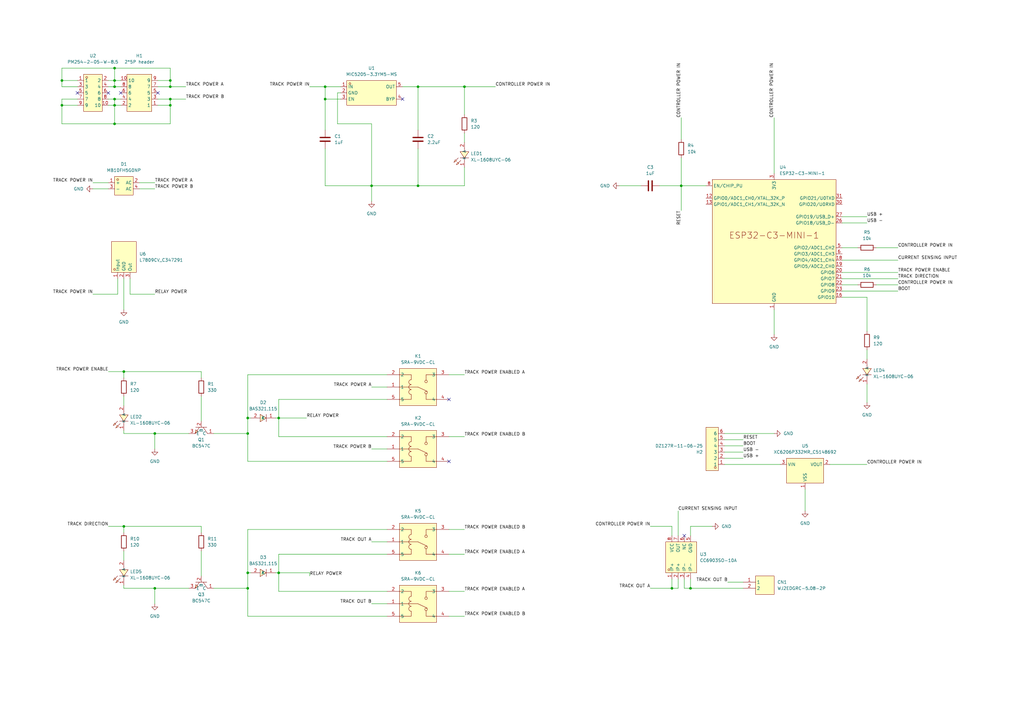
<source format=kicad_sch>
(kicad_sch (version 20230121) (generator eeschema)
  (paper "A3")
  (lib_symbols
    (symbol "Device:C" (pin_numbers hide) (pin_names (offset 0.254))
      (property "Reference" "C" (at 0.635 2.54 0))
      (property "Value" "C" (at 0.635 -2.54 0))
      (symbol "C_0_1"
        (polyline (pts (xy -2.032 -0.762) (xy 2.032 -0.762)) (stroke (width 0.508)))
        (polyline (pts (xy -2.032 0.762) (xy 2.032 0.762)) (stroke (width 0.508)))
      )
      (symbol "C_1_1"
        (pin passive line (at 0 3.81 270) (length 2.794) (name "~") (number "1"))
        (pin passive line (at 0 -3.81 90) (length 2.794) (name "~") (number "2"))
      )
    )
    (symbol "Device:R" (pin_numbers hide) (pin_names (offset 0))
      (property "Reference" "R" (at 2.032 0 90))
      (property "Value" "R" (at 0 0 90))
      (symbol "R_0_1"
        (rectangle (start -1.016 -2.54) (end 1.016 2.54) (stroke (width 0.254)))
      )
      (symbol "R_1_1"
        (pin passive line (at 0 3.81 270) (length 1.27) (name "~") (number "1"))
        (pin passive line (at 0 -3.81 90) (length 1.27) (name "~") (number "2"))
      )
    )
    (symbol "LCSC:BC547C"
      (property "Reference" "Q" (at 0 10.16 0))
      (property "Value" "BC547C" (at 0 -10.16 0))
      (symbol "BC547C_0_1"
        (polyline (pts (xy -2.54 -0.76) (xy 0 -2.54)))
        (polyline (pts (xy -2.54 2.29) (xy -2.54 -2.29)))
        (polyline (pts (xy 0 2.54) (xy -2.54 0.76)))
        (polyline (pts (xy 0 -2.54) (xy -0.76 -1.27) (xy -1.52 -2.29) (xy 0 -2.54)) (fill (type background)))
        (pin input line (at 0 5.08 270) (length 2.54) (name "C") (number "1"))
        (pin input line (at -5.08 0 0) (length 2.54) (name "B") (number "2"))
        (pin input line (at 0 -5.08 90) (length 2.54) (name "E") (number "3"))
      )
    )
    (symbol "LCSC:L7809CV_C347291"
      (property "Reference" "U" (at 0 7.62 0))
      (property "Value" "L7809CV_C347291" (at 0 -7.62 0))
      (symbol "L7809CV_C347291_0_1"
        (rectangle (start -2.54 5.08) (end 10.16 -5.08) (fill (type background)))
        (circle (center -1.27 3.81) (radius 0.38))
        (pin unspecified line (at -5.08 2.54 0) (length 2.54) (name "Input") (number "1"))
        (pin unspecified line (at -5.08 0 0) (length 2.54) (name "GND") (number "2"))
        (pin unspecified line (at -5.08 -2.54 0) (length 2.54) (name "Out") (number "3"))
      )
    )
    (symbol "LCSC:MB10FH5G0NP"
      (property "Reference" "D" (at 0 6.35 0))
      (property "Value" "MB10FH5G0NP" (at 0 -6.35 0))
      (symbol "MB10FH5G0NP_0_1"
        (rectangle (start -3.81 3.81) (end 3.81 -3.81) (fill (type background)))
        (circle (center -2.54 2.54) (radius 0.38))
        (pin unspecified line (at -6.35 1.27 0) (length 2.54) (name "+") (number "1"))
        (pin unspecified line (at 6.35 1.27 180) (length 2.54) (name "AC") (number "2"))
        (pin unspecified line (at -6.35 -1.27 0) (length 2.54) (name "-") (number "3"))
        (pin unspecified line (at 6.35 -1.27 180) (length 2.54) (name "AC") (number "4"))
      )
    )
    (symbol "LCSC:SRA-9VDC-CL"
      (property "Reference" "K" (at 0 10.16 0))
      (property "Value" "SRA-9VDC-CL" (at 0 -10.16 0))
      (symbol "SRA-9VDC-CL_0_1"
        (rectangle (start -7.62 7.62) (end 7.62 -7.62) (fill (type background)))
        (circle (center -3.3 -2.29) (radius 0.51))
        (circle (center -3.3 2.29) (radius 0.51))
        (polyline (pts (xy -3.81 1.78) (xy 0 0)))
        (polyline (pts (xy 7.62 0) (xy 0 0)))
        (polyline (pts (xy -3.3 -2.79) (xy -3.3 -5.08) (xy -7.62 -5.08)))
        (polyline (pts (xy -3.3 2.79) (xy -3.3 5.08) (xy -7.62 5.08)))
        (polyline (pts (xy 2.79 -3.05) (xy 2.79 -5.08) (xy 7.62 -5.08)))
        (polyline (pts (xy 2.79 3.05) (xy 2.79 5.08) (xy 7.62 5.08)))
        (arc (start 2.79 -3.05) (mid 3.7863 -2.035) (end 2.79 -1.02))
        (arc (start 2.79 -1.02) (mid 3.7834 0) (end 2.79 1.02))
        (arc (start 2.79 1.02) (mid 3.7863 2.035) (end 2.79 3.05))
        (pin unspecified line (at 12.7 0 180) (length 5.08) (name "1") (number "1"))
        (pin unspecified line (at 12.7 -5.08 180) (length 5.08) (name "2") (number "2"))
        (pin unspecified line (at -12.7 -5.08 0) (length 5.08) (name "3") (number "3"))
        (pin unspecified line (at -12.7 5.08 0) (length 5.08) (name "4") (number "4"))
        (pin unspecified line (at 12.7 5.08 180) (length 5.08) (name "5") (number "5"))
      )
    )
    (symbol "PCM_Espressif:ESP32-C3-MINI-1"
      (property "Reference" "U" (at -25.4 30.48 0))
      (property "Value" "ESP32-C3-MINI-1" (at -25.4 27.94 0))
      (symbol "ESP32-C3-MINI-1_0_0"
        (text "ESP32-C3-MINI-1" (at 0 2.54 0) (effects (font (size 2.54 2.54))))
      )
      (symbol "ESP32-C3-MINI-1_0_1"
        (rectangle (start -25.4 25.4) (end 25.4 -25.4) (fill (type background)))
      )
      (symbol "ESP32-C3-MINI-1_1_1"
        (pin power_in line (at 0 -27.94 90) (length 2.54) (name "GND") (number "1"))
        (pin no_connect line (at -25.4 2.54 0) (length 2.54) hide (name "NC") (number "10"))
        (pin passive line (at 0 -27.94 90) (length 2.54) hide (name "GND") (number "11"))
        (pin bidirectional line (at -27.94 17.78 0) (length 2.54) (name "GPIO0/ADC1_CH0/XTAL_32K_P") (number "12"))
        (pin bidirectional line (at -27.94 15.24 0) (length 2.54) (name "GPIO1/ADC1_CH1/XTAL_32K_N") (number "13"))
        (pin passive line (at 0 -27.94 90) (length 2.54) hide (name "GND") (number "14"))
        (pin no_connect line (at -25.4 0 0) (length 2.54) hide (name "NC") (number "15"))
        (pin bidirectional line (at 27.94 -22.86 180) (length 2.54) (name "GPIO10") (number "16"))
        (pin no_connect line (at -25.4 -2.54 0) (length 2.54) hide (name "NC") (number "17"))
        (pin bidirectional line (at 27.94 -7.62 180) (length 2.54) (name "GPIO4/ADC1_CH4") (number "18"))
        (pin bidirectional line (at 27.94 -10.16 180) (length 2.54) (name "GPIO5/ADC2_CH0") (number "19"))
        (pin passive line (at 0 -27.94 90) (length 2.54) hide (name "GND") (number "2"))
        (pin bidirectional line (at 27.94 -12.7 180) (length 2.54) (name "GPIO6") (number "20"))
        (pin bidirectional line (at 27.94 -15.24 180) (length 2.54) (name "GPIO7") (number "21"))
        (pin bidirectional line (at 27.94 -17.78 180) (length 2.54) (name "GPIO8") (number "22"))
        (pin bidirectional line (at 27.94 -20.32 180) (length 2.54) (name "GPIO9") (number "23"))
        (pin no_connect line (at -25.4 -5.08 0) (length 2.54) hide (name "NC") (number "24"))
        (pin no_connect line (at -25.4 -7.62 0) (length 2.54) hide (name "NC") (number "25"))
        (pin bidirectional line (at 27.94 7.62 180) (length 2.54) (name "GPIO18/USB_D-") (number "26"))
        (pin bidirectional line (at 27.94 10.16 180) (length 2.54) (name "GPIO19/USB_D+") (number "27"))
        (pin no_connect line (at -25.4 -10.16 0) (length 2.54) hide (name "NC") (number "28"))
        (pin no_connect line (at -25.4 -12.7 0) (length 2.54) hide (name "NC") (number "29"))
        (pin power_in line (at 0 27.94 270) (length 2.54) (name "3V3") (number "3"))
        (pin bidirectional line (at 27.94 15.24 180) (length 2.54) (name "GPIO20/U0RXD") (number "30"))
        (pin bidirectional line (at 27.94 17.78 180) (length 2.54) (name "GPIO21/U0TXD") (number "31"))
        (pin no_connect line (at -25.4 -15.24 0) (length 2.54) hide (name "NC") (number "32"))
        (pin no_connect line (at -25.4 -17.78 0) (length 2.54) hide (name "NC") (number "33"))
        (pin no_connect line (at -25.4 -20.32 0) (length 2.54) hide (name "NC") (number "34"))
        (pin no_connect line (at -25.4 -22.86 0) (length 2.54) hide (name "NC") (number "35"))
        (pin passive line (at 0 -27.94 90) (length 2.54) hide (name "GND") (number "36"))
        (pin passive line (at 0 -27.94 90) (length 2.54) hide (name "GND") (number "37"))
        (pin passive line (at 0 -27.94 90) (length 2.54) hide (name "GND") (number "38"))
        (pin passive line (at 0 -27.94 90) (length 2.54) hide (name "GND") (number "39"))
        (pin no_connect line (at -25.4 10.16 0) (length 2.54) hide (name "NC") (number "4"))
        (pin passive line (at 0 -27.94 90) (length 2.54) hide (name "GND") (number "40"))
        (pin passive line (at 0 -27.94 90) (length 2.54) hide (name "GND") (number "41"))
        (pin passive line (at 0 -27.94 90) (length 2.54) hide (name "GND") (number "42"))
        (pin passive line (at 0 -27.94 90) (length 2.54) hide (name "GND") (number "43"))
        (pin passive line (at 0 -27.94 90) (length 2.54) hide (name "GND") (number "44"))
        (pin passive line (at 0 -27.94 90) (length 2.54) hide (name "GND") (number "45"))
        (pin passive line (at 0 -27.94 90) (length 2.54) hide (name "GND") (number "46"))
        (pin passive line (at 0 -27.94 90) (length 2.54) hide (name "GND") (number "47"))
        (pin passive line (at 0 -27.94 90) (length 2.54) hide (name "GND") (number "48"))
        (pin passive line (at 0 -27.94 90) (length 2.54) hide (name "GND") (number "49"))
        (pin bidirectional line (at 27.94 -2.54 180) (length 2.54) (name "GPIO2/ADC1_CH2") (number "5"))
        (pin passive line (at 0 -27.94 90) (length 2.54) hide (name "GND") (number "50"))
        (pin passive line (at 0 -27.94 90) (length 2.54) hide (name "GND") (number "51"))
        (pin passive line (at 0 -27.94 90) (length 2.54) hide (name "GND") (number "52"))
        (pin passive line (at 0 -27.94 90) (length 2.54) hide (name "GND") (number "53"))
        (pin bidirectional line (at 27.94 -5.08 180) (length 2.54) (name "GPIO3/ADC1_CH3") (number "6"))
        (pin no_connect line (at -25.4 7.62 0) (length 2.54) hide (name "NC") (number "7"))
        (pin input line (at -27.94 22.86 0) (length 2.54) (name "EN/CHIP_PU") (number "8"))
        (pin no_connect line (at -25.4 5.08 0) (length 2.54) hide (name "NC") (number "9"))
      )
    )
    (symbol "easyeda2kicad:2*5Pheader"
      (property "Reference" "H" (at 0 10.16 0))
      (property "Value" "2*5P header" (at 0 -10.16 0))
      (symbol "2*5Pheader_0_1"
        (rectangle (start -5.08 7.62) (end 5.08 -7.62) (fill (type background)))
        (pin input line (at -7.62 5.08 0) (length 2.54) (name "1") (number "1"))
        (pin input line (at 7.62 -5.08 180) (length 2.54) (name "10") (number "10"))
        (pin input line (at 7.62 5.08 180) (length 2.54) (name "2") (number "2"))
        (pin input line (at -7.62 2.54 0) (length 2.54) (name "3") (number "3"))
        (pin input line (at 7.62 2.54 180) (length 2.54) (name "4") (number "4"))
        (pin input line (at -7.62 0 0) (length 2.54) (name "5") (number "5"))
        (pin input line (at 7.62 0 180) (length 2.54) (name "6") (number "6"))
        (pin input line (at -7.62 -2.54 0) (length 2.54) (name "7") (number "7"))
        (pin input line (at 7.62 -2.54 180) (length 2.54) (name "8") (number "8"))
        (pin input line (at -7.62 -5.08 0) (length 2.54) (name "9") (number "9"))
      )
    )
    (symbol "easyeda2kicad:BAS321,115"
      (property "Reference" "D" (at 0 5.08 0))
      (property "Value" "BAS321,115" (at 0 -5.08 0))
      (symbol "BAS321,115_0_1"
        (polyline (pts (xy -1.27 -1.52) (xy -1.27 1.52)))
        (polyline (pts (xy 1.27 1.52) (xy -1.27 0) (xy 1.27 -1.52) (xy 1.27 1.52)) (fill (type background)))
        (pin unspecified line (at -5.08 0 0) (length 3.81) (name "K") (number "1"))
        (pin unspecified line (at 5.08 0 180) (length 3.81) (name "A") (number "2"))
      )
    )
    (symbol "easyeda2kicad:CC6903SO-10A"
      (property "Reference" "U" (at 0 8.89 0))
      (property "Value" "CC6903SO-10A" (at 0 -8.89 0))
      (symbol "CC6903SO-10A_0_1"
        (rectangle (start -6.35 6.35) (end 6.35 -6.35) (fill (type background)))
        (circle (center -5.08 5.08) (radius 0.38))
        (pin unspecified line (at -8.89 3.81 0) (length 2.54) (name "IP+") (number "1"))
        (pin unspecified line (at -8.89 1.27 0) (length 2.54) (name "IP+") (number "2"))
        (pin unspecified line (at -8.89 -1.27 0) (length 2.54) (name "IP-") (number "3"))
        (pin unspecified line (at -8.89 -3.81 0) (length 2.54) (name "IP-") (number "4"))
        (pin unspecified line (at 8.89 -3.81 180) (length 2.54) (name "GND") (number "5"))
        (pin unspecified line (at 8.89 -1.27 180) (length 2.54) (name "NC") (number "6"))
        (pin unspecified line (at 8.89 1.27 180) (length 2.54) (name "OUT") (number "7"))
        (pin unspecified line (at 8.89 3.81 180) (length 2.54) (name "VCC") (number "8"))
      )
    )
    (symbol "easyeda2kicad:DZ127R-11-06-25"
      (property "Reference" "H" (at 0 11.43 0))
      (property "Value" "DZ127R-11-06-25" (at 0 -11.43 0))
      (symbol "DZ127R-11-06-25_0_1"
        (rectangle (start -2.54 8.89) (end 2.54 -8.89) (fill (type background)))
        (circle (center -1.27 7.62) (radius 0.38))
        (pin unspecified line (at -5.08 6.35 0) (length 2.54) (name "1") (number "1"))
        (pin unspecified line (at -5.08 3.81 0) (length 2.54) (name "2") (number "2"))
        (pin unspecified line (at -5.08 1.27 0) (length 2.54) (name "3") (number "3"))
        (pin unspecified line (at -5.08 -1.27 0) (length 2.54) (name "4") (number "4"))
        (pin unspecified line (at -5.08 -3.81 0) (length 2.54) (name "5") (number "5"))
        (pin unspecified line (at -5.08 -6.35 0) (length 2.54) (name "6") (number "6"))
      )
    )
    (symbol "easyeda2kicad:MIC5205-3.3YM5-MS"
      (property "Reference" "U" (at 0 7.62 0))
      (property "Value" "MIC5205-3.3YM5-MS" (at 0 -7.62 0))
      (symbol "MIC5205-3.3YM5-MS_0_1"
        (rectangle (start -10.16 5.08) (end 10.16 -5.08) (fill (type background)))
        (circle (center -8.89 3.81) (radius 0.38))
        (pin unspecified line (at -12.7 2.54 0) (length 2.54) (name "IN") (number "1"))
        (pin unspecified line (at -12.7 0 0) (length 2.54) (name "GND") (number "2"))
        (pin unspecified line (at -12.7 -2.54 0) (length 2.54) (name "EN") (number "3"))
        (pin unspecified line (at 12.7 -2.54 180) (length 2.54) (name "BYP") (number "4"))
        (pin unspecified line (at 12.7 2.54 180) (length 2.54) (name "OUT") (number "5"))
      )
    )
    (symbol "easyeda2kicad:PM254-2-05-W-8.5"
      (property "Reference" "U" (at 0 10.16 0))
      (property "Value" "PM254-2-05-W-8.5" (at 0 -10.16 0))
      (symbol "PM254-2-05-W-8.5_0_1"
        (rectangle (start -3.81 7.62) (end 3.81 -7.62) (fill (type background)))
        (circle (center -2.54 6.35) (radius 0.38))
        (pin unspecified line (at -6.35 5.08 0) (length 2.54) (name "1") (number "1"))
        (pin unspecified line (at 6.35 -5.08 180) (length 2.54) (name "10") (number "10"))
        (pin unspecified line (at 6.35 5.08 180) (length 2.54) (name "2") (number "2"))
        (pin unspecified line (at -6.35 2.54 0) (length 2.54) (name "3") (number "3"))
        (pin unspecified line (at 6.35 2.54 180) (length 2.54) (name "4") (number "4"))
        (pin unspecified line (at -6.35 0 0) (length 2.54) (name "5") (number "5"))
        (pin unspecified line (at 6.35 0 180) (length 2.54) (name "6") (number "6"))
        (pin unspecified line (at -6.35 -2.54 0) (length 2.54) (name "7") (number "7"))
        (pin unspecified line (at 6.35 -2.54 180) (length 2.54) (name "8") (number "8"))
        (pin unspecified line (at -6.35 -5.08 0) (length 2.54) (name "9") (number "9"))
      )
    )
    (symbol "easyeda2kicad:WJ2EDGRC-5.08-2P"
      (property "Reference" "CN" (at 0 7.62 0))
      (property "Value" "WJ2EDGRC-5.08-2P" (at 0 -5.08 0))
      (symbol "WJ2EDGRC-5.08-2P_0_1"
        (rectangle (start 0 5.08) (end 7.62 -2.54) (fill (type background)))
        (pin unspecified line (at -5.08 2.54 0) (length 5.08) (name "1") (number "1"))
        (pin unspecified line (at -5.08 0 0) (length 5.08) (name "2") (number "2"))
      )
    )
    (symbol "easyeda2kicad:XC6206P332MR_C5148692"
      (property "Reference" "U" (at 0 7.62 0))
      (property "Value" "XC6206P332MR_C5148692" (at 0 -12.7 0))
      (symbol "XC6206P332MR_C5148692_0_1"
        (rectangle (start -7.62 5.08) (end 7.62 -5.08) (fill (type background)))
        (pin unspecified line (at 0 -7.62 90) (length 2.54) (name "VSS") (number "1"))
        (pin unspecified line (at 10.16 2.54 180) (length 2.54) (name "VOUT") (number "2"))
        (pin unspecified line (at -10.16 2.54 0) (length 2.54) (name "VIN") (number "3"))
      )
    )
    (symbol "easyeda2kicad:XL-1608UYC-06"
      (property "Reference" "LED" (at 0 5.08 0))
      (property "Value" "XL-1608UYC-06" (at 0 -5.08 0))
      (symbol "XL-1608UYC-06_0_1"
        (polyline (pts (xy -1.27 0) (xy -2.54 0)))
        (polyline (pts (xy -1.27 1.78) (xy -1.27 -1.78)))
        (polyline (pts (xy 2.54 0) (xy 1.27 0)))
        (polyline (pts (xy -2.29 1.52) (xy -3.3 2.54) (xy -2.29 1.52)) (fill (type background)))
        (polyline (pts (xy -1.27 2.54) (xy -2.29 3.56) (xy -1.27 2.54)) (fill (type background)))
        (polyline (pts (xy -4.06 3.3) (xy -3.05 2.79) (xy -3.56 2.29) (xy -4.06 3.3)) (fill (type background)))
        (polyline (pts (xy -3.05 4.32) (xy -2.03 3.81) (xy -2.54 3.3) (xy -3.05 4.32)) (fill (type background)))
        (polyline (pts (xy 1.27 1.78) (xy -1.27 0) (xy 1.27 -1.78) (xy 1.27 1.78)) (fill (type background)))
        (pin unspecified line (at -5.08 0 0) (length 2.54) (name "K") (number "1"))
        (pin unspecified line (at 5.08 0 180) (length 2.54) (name "A") (number "2"))
      )
    )
    (symbol "power:GND" (power) (pin_names (offset 0))
      (property "Value" "GND" (at 0 -3.81 0))
      (symbol "GND_0_1"
        (polyline (pts (xy 0 0) (xy 0 -1.27) (xy 1.27 -1.27) (xy 0 -2.54) (xy -1.27 -1.27) (xy 0 -1.27)))
      )
      (symbol "GND_1_1"
        (pin power_in line (at 0 0 270) (length 0) hide (name "GND") (number "1"))
      )
    )
  )
  (junction (at 69.85 33.02))
  (junction (at 50.8 215.9))
  (junction (at 50.8 152.4))
  (junction (at 114.3 234.95))
  (junction (at 46.99 33.02))
  (junction (at 46.99 50.8))
  (junction (at 275.59 241.3))
  (junction (at 279.4 76.2))
  (junction (at 152.4 76.2))
  (junction (at 69.85 35.56))
  (junction (at 101.6 234.95))
  (junction (at 63.5 177.8))
  (junction (at 190.5 35.56))
  (junction (at 25.4 43.18))
  (junction (at 171.45 35.56))
  (junction (at 46.99 43.18))
  (junction (at 171.45 76.2))
  (junction (at 283.21 241.3))
  (junction (at 133.35 35.56))
  (junction (at 69.85 43.18))
  (junction (at 46.99 27.94))
  (junction (at 63.5 241.3))
  (junction (at 46.99 35.56))
  (junction (at 114.3 171.45))
  (junction (at 101.6 241.3))
  (junction (at 101.6 171.45))
  (junction (at 69.85 40.64))
  (junction (at 25.4 33.02))
  (junction (at 101.6 177.8))
  (junction (at 133.35 40.64))
  (junction (at 46.99 40.64))
  (no_connect (at 49.53 38.1))
  (no_connect (at 184.15 189.23))
  (no_connect (at 64.77 38.1))
  (no_connect (at 31.75 38.1))
  (no_connect (at 44.45 38.1))
  (no_connect (at 184.15 163.83))
  (no_connect (at 280.67 219.71))
  (no_connect (at 165.1 40.64))
  (wire (pts (xy 297.18 177.8) (xy 317.5 177.8)))
  (wire (pts (xy 190.5 35.56) (xy 171.45 35.56)))
  (wire (pts (xy 345.44 101.6) (xy 351.79 101.6)))
  (wire (pts (xy 171.45 76.2) (xy 152.4 76.2)))
  (wire (pts (xy 283.21 219.71) (xy 283.21 215.9)))
  (wire (pts (xy 50.8 177.8) (xy 63.5 177.8)))
  (wire (pts (xy 101.6 252.73) (xy 158.75 252.73)))
  (wire (pts (xy 152.4 50.8) (xy 152.4 76.2)))
  (wire (pts (xy 46.99 43.18) (xy 49.53 43.18)))
  (wire (pts (xy 50.8 226.06) (xy 50.8 229.87)))
  (wire (pts (xy 138.43 50.8) (xy 138.43 38.1)))
  (wire (pts (xy 63.5 77.47) (xy 57.15 77.47)))
  (wire (pts (xy 171.45 35.56) (xy 171.45 53.34)))
  (wire (pts (xy 152.4 222.25) (xy 158.75 222.25)))
  (wire (pts (xy 44.45 215.9) (xy 50.8 215.9)))
  (wire (pts (xy 355.6 157.48) (xy 355.6 165.1)))
  (wire (pts (xy 82.55 215.9) (xy 50.8 215.9)))
  (wire (pts (xy 31.75 40.64) (xy 25.4 40.64)))
  (wire (pts (xy 127 234.95) (xy 127 236.22)))
  (wire (pts (xy 125.73 171.45) (xy 114.3 171.45)))
  (wire (pts (xy 127 234.95) (xy 114.3 234.95)))
  (wire (pts (xy 82.55 218.44) (xy 82.55 215.9)))
  (wire (pts (xy 317.5 48.26) (xy 317.5 71.12)))
  (wire (pts (xy 190.5 54.61) (xy 190.5 58.42)))
  (wire (pts (xy 38.1 77.47) (xy 44.45 77.47)))
  (wire (pts (xy 345.44 91.44) (xy 355.6 91.44)))
  (wire (pts (xy 152.4 247.65) (xy 158.75 247.65)))
  (wire (pts (xy 46.99 50.8) (xy 69.85 50.8)))
  (wire (pts (xy 25.4 50.8) (xy 46.99 50.8)))
  (wire (pts (xy 114.3 163.83) (xy 158.75 163.83)))
  (wire (pts (xy 69.85 40.64) (xy 76.2 40.64)))
  (wire (pts (xy 63.5 74.93) (xy 57.15 74.93)))
  (wire (pts (xy 101.6 234.95) (xy 101.6 241.3)))
  (wire (pts (xy 25.4 43.18) (xy 31.75 43.18)))
  (wire (pts (xy 44.45 33.02) (xy 46.99 33.02)))
  (wire (pts (xy 152.4 158.75) (xy 158.75 158.75)))
  (wire (pts (xy 359.41 101.6) (xy 368.3 101.6)))
  (wire (pts (xy 50.8 114.3) (xy 50.8 127)))
  (wire (pts (xy 101.6 241.3) (xy 101.6 252.73)))
  (wire (pts (xy 113.03 234.95) (xy 114.3 234.95)))
  (wire (pts (xy 345.44 111.76) (xy 368.3 111.76)))
  (wire (pts (xy 138.43 50.8) (xy 152.4 50.8)))
  (wire (pts (xy 46.99 33.02) (xy 46.99 35.56)))
  (wire (pts (xy 330.2 200.66) (xy 330.2 209.55)))
  (wire (pts (xy 345.44 88.9) (xy 355.6 88.9)))
  (wire (pts (xy 48.26 120.65) (xy 38.1 120.65)))
  (wire (pts (xy 46.99 35.56) (xy 49.53 35.56)))
  (wire (pts (xy 82.55 226.06) (xy 82.55 236.22)))
  (wire (pts (xy 345.44 114.3) (xy 368.3 114.3)))
  (wire (pts (xy 50.8 215.9) (xy 50.8 218.44)))
  (wire (pts (xy 133.35 35.56) (xy 133.35 40.64)))
  (wire (pts (xy 69.85 50.8) (xy 69.85 43.18)))
  (wire (pts (xy 53.34 114.3) (xy 53.34 120.65)))
  (wire (pts (xy 114.3 171.45) (xy 114.3 179.07)))
  (wire (pts (xy 275.59 215.9) (xy 266.7 215.9)))
  (wire (pts (xy 101.6 189.23) (xy 101.6 177.8)))
  (wire (pts (xy 127 35.56) (xy 133.35 35.56)))
  (wire (pts (xy 279.4 76.2) (xy 279.4 64.77)))
  (wire (pts (xy 304.8 238.76) (xy 298.45 238.76)))
  (wire (pts (xy 190.5 217.17) (xy 184.15 217.17)))
  (wire (pts (xy 133.35 40.64) (xy 133.35 53.34)))
  (wire (pts (xy 345.44 119.38) (xy 368.3 119.38)))
  (wire (pts (xy 63.5 241.3) (xy 77.47 241.3)))
  (wire (pts (xy 25.4 33.02) (xy 31.75 33.02)))
  (wire (pts (xy 101.6 153.67) (xy 158.75 153.67)))
  (wire (pts (xy 297.18 180.34) (xy 304.8 180.34)))
  (wire (pts (xy 50.8 162.56) (xy 50.8 166.37)))
  (wire (pts (xy 139.7 40.64) (xy 133.35 40.64)))
  (wire (pts (xy 101.6 217.17) (xy 101.6 234.95)))
  (wire (pts (xy 283.21 237.49) (xy 283.21 241.3)))
  (wire (pts (xy 101.6 234.95) (xy 102.87 234.95)))
  (wire (pts (xy 304.8 185.42) (xy 297.18 185.42)))
  (wire (pts (xy 190.5 242.57) (xy 184.15 242.57)))
  (wire (pts (xy 46.99 40.64) (xy 49.53 40.64)))
  (wire (pts (xy 50.8 152.4) (xy 50.8 154.94)))
  (wire (pts (xy 46.99 27.94) (xy 25.4 27.94)))
  (wire (pts (xy 50.8 176.53) (xy 50.8 177.8)))
  (wire (pts (xy 203.2 35.56) (xy 190.5 35.56)))
  (wire (pts (xy 64.77 43.18) (xy 69.85 43.18)))
  (wire (pts (xy 63.5 177.8) (xy 63.5 184.15)))
  (wire (pts (xy 270.51 76.2) (xy 279.4 76.2)))
  (wire (pts (xy 283.21 241.3) (xy 304.8 241.3)))
  (wire (pts (xy 46.99 43.18) (xy 46.99 50.8)))
  (wire (pts (xy 152.4 76.2) (xy 152.4 82.55)))
  (wire (pts (xy 345.44 121.92) (xy 355.6 121.92)))
  (wire (pts (xy 69.85 40.64) (xy 64.77 40.64)))
  (wire (pts (xy 190.5 35.56) (xy 190.5 46.99)))
  (wire (pts (xy 190.5 76.2) (xy 171.45 76.2)))
  (wire (pts (xy 63.5 241.3) (xy 63.5 247.65)))
  (wire (pts (xy 190.5 153.67) (xy 184.15 153.67)))
  (wire (pts (xy 190.5 179.07) (xy 184.15 179.07)))
  (wire (pts (xy 275.59 241.3) (xy 278.13 241.3)))
  (wire (pts (xy 69.85 35.56) (xy 69.85 33.02)))
  (wire (pts (xy 46.99 33.02) (xy 46.99 27.94)))
  (wire (pts (xy 133.35 76.2) (xy 152.4 76.2)))
  (wire (pts (xy 280.67 237.49) (xy 280.67 241.3)))
  (wire (pts (xy 278.13 219.71) (xy 278.13 209.55)))
  (wire (pts (xy 278.13 241.3) (xy 278.13 237.49)))
  (wire (pts (xy 345.44 116.84) (xy 351.79 116.84)))
  (wire (pts (xy 190.5 68.58) (xy 190.5 76.2)))
  (wire (pts (xy 25.4 33.02) (xy 25.4 35.56)))
  (wire (pts (xy 304.8 182.88) (xy 297.18 182.88)))
  (wire (pts (xy 283.21 215.9) (xy 292.1 215.9)))
  (wire (pts (xy 165.1 35.56) (xy 171.45 35.56)))
  (wire (pts (xy 280.67 241.3) (xy 283.21 241.3)))
  (wire (pts (xy 25.4 27.94) (xy 25.4 33.02)))
  (wire (pts (xy 133.35 35.56) (xy 139.7 35.56)))
  (wire (pts (xy 171.45 60.96) (xy 171.45 76.2)))
  (wire (pts (xy 53.34 120.65) (xy 63.5 120.65)))
  (wire (pts (xy 114.3 234.95) (xy 114.3 242.57)))
  (wire (pts (xy 114.3 242.57) (xy 158.75 242.57)))
  (wire (pts (xy 359.41 116.84) (xy 368.3 116.84)))
  (wire (pts (xy 50.8 240.03) (xy 50.8 241.3)))
  (wire (pts (xy 63.5 177.8) (xy 77.47 177.8)))
  (wire (pts (xy 254 76.2) (xy 262.89 76.2)))
  (wire (pts (xy 87.63 177.8) (xy 101.6 177.8)))
  (wire (pts (xy 25.4 43.18) (xy 25.4 50.8)))
  (wire (pts (xy 101.6 171.45) (xy 101.6 177.8)))
  (wire (pts (xy 87.63 241.3) (xy 101.6 241.3)))
  (wire (pts (xy 25.4 35.56) (xy 31.75 35.56)))
  (wire (pts (xy 275.59 237.49) (xy 275.59 241.3)))
  (wire (pts (xy 304.8 187.96) (xy 297.18 187.96)))
  (wire (pts (xy 46.99 33.02) (xy 49.53 33.02)))
  (wire (pts (xy 152.4 184.15) (xy 158.75 184.15)))
  (wire (pts (xy 64.77 35.56) (xy 69.85 35.56)))
  (wire (pts (xy 46.99 40.64) (xy 46.99 43.18)))
  (wire (pts (xy 82.55 162.56) (xy 82.55 172.72)))
  (wire (pts (xy 355.6 121.92) (xy 355.6 135.89)))
  (wire (pts (xy 101.6 189.23) (xy 158.75 189.23)))
  (wire (pts (xy 266.7 241.3) (xy 275.59 241.3)))
  (wire (pts (xy 101.6 153.67) (xy 101.6 171.45)))
  (wire (pts (xy 44.45 35.56) (xy 46.99 35.56)))
  (wire (pts (xy 82.55 152.4) (xy 50.8 152.4)))
  (wire (pts (xy 184.15 227.33) (xy 190.5 227.33)))
  (wire (pts (xy 69.85 33.02) (xy 64.77 33.02)))
  (wire (pts (xy 279.4 76.2) (xy 279.4 86.36)))
  (wire (pts (xy 101.6 171.45) (xy 102.87 171.45)))
  (wire (pts (xy 114.3 234.95) (xy 114.3 227.33)))
  (wire (pts (xy 289.56 76.2) (xy 279.4 76.2)))
  (wire (pts (xy 69.85 43.18) (xy 69.85 40.64)))
  (wire (pts (xy 355.6 190.5) (xy 340.36 190.5)))
  (wire (pts (xy 184.15 252.73) (xy 190.5 252.73)))
  (wire (pts (xy 69.85 27.94) (xy 69.85 33.02)))
  (wire (pts (xy 82.55 154.94) (xy 82.55 152.4)))
  (wire (pts (xy 114.3 163.83) (xy 114.3 171.45)))
  (wire (pts (xy 48.26 114.3) (xy 48.26 120.65)))
  (wire (pts (xy 113.03 171.45) (xy 114.3 171.45)))
  (wire (pts (xy 133.35 60.96) (xy 133.35 76.2)))
  (wire (pts (xy 44.45 43.18) (xy 46.99 43.18)))
  (wire (pts (xy 114.3 179.07) (xy 158.75 179.07)))
  (wire (pts (xy 138.43 38.1) (xy 139.7 38.1)))
  (wire (pts (xy 44.45 40.64) (xy 46.99 40.64)))
  (wire (pts (xy 317.5 127) (xy 317.5 137.16)))
  (wire (pts (xy 275.59 219.71) (xy 275.59 215.9)))
  (wire (pts (xy 101.6 217.17) (xy 158.75 217.17)))
  (wire (pts (xy 38.1 74.93) (xy 44.45 74.93)))
  (wire (pts (xy 46.99 27.94) (xy 69.85 27.94)))
  (wire (pts (xy 50.8 241.3) (xy 63.5 241.3)))
  (wire (pts (xy 345.44 106.68) (xy 368.3 106.68)))
  (wire (pts (xy 69.85 35.56) (xy 76.2 35.56)))
  (wire (pts (xy 355.6 143.51) (xy 355.6 147.32)))
  (wire (pts (xy 279.4 48.26) (xy 279.4 57.15)))
  (wire (pts (xy 25.4 40.64) (xy 25.4 43.18)))
  (wire (pts (xy 114.3 227.33) (xy 158.75 227.33)))
  (wire (pts (xy 44.45 152.4) (xy 50.8 152.4)))
  (wire (pts (xy 320.04 190.5) (xy 297.18 190.5)))
  (label "CONTROLLER POWER IN" (at 368.3 101.6 0))
  (label "TRACK POWER ENABLED A" (at 190.5 227.33 0))
  (label "TRACK OUT B" (at 152.4 247.65 180))
  (label "TRACK POWER ENABLED A" (at 190.5 242.57 0))
  (label "TRACK POWER B" (at 76.2 40.64 0))
  (label "TRACK OUT A" (at 266.7 241.3 180))
  (label "TRACK POWER B" (at 152.4 184.15 180))
  (label "USB +" (at 355.6 88.9 0))
  (label "RESET" (at 304.8 180.34 0))
  (label "TRACK DIRECTION" (at 44.45 215.9 180))
  (label "CONTROLLER POWER IN" (at 355.6 190.5 0))
  (label "TRACK OUT B" (at 298.45 238.76 180))
  (label "TRACK POWER A" (at 63.5 74.93 0))
  (label "TRACK POWER A" (at 152.4 158.75 180))
  (label "TRACK POWER ENABLED A" (at 190.5 153.67 0))
  (label "TRACK POWER ENABLED B" (at 190.5 217.17 0))
  (label "CONTROLLER POWER IN" (at 368.3 116.84 0))
  (label "TRACK POWER ENABLED B" (at 190.5 252.73 0))
  (label "TRACK OUT A" (at 152.4 222.25 180))
  (label "RELAY POWER" (at 127 236.22 0))
  (label "USB -" (at 355.6 91.44 0))
  (label "RELAY POWER" (at 63.5 120.65 0))
  (label "CONTROLLER POWER IN" (at 203.2 35.56 0))
  (label "TRACK POWER A" (at 76.2 35.56 0))
  (label "CONTROLLER POWER IN" (at 279.4 48.26 90))
  (label "TRACK POWER IN" (at 38.1 74.93 180))
  (label "CONTROLLER POWER IN" (at 266.7 215.9 180))
  (label "TRACK POWER B" (at 63.5 77.47 0))
  (label "USB -" (at 304.8 185.42 0))
  (label "TRACK POWER ENABLE" (at 368.3 111.76 0))
  (label "CURRENT SENSING INPUT" (at 278.13 209.55 0))
  (label "TRACK POWER ENABLE" (at 44.45 152.4 180))
  (label "TRACK DIRECTION" (at 368.3 114.3 0))
  (label "CURRENT SENSING INPUT" (at 368.3 106.68 0))
  (label "RELAY POWER" (at 125.73 171.45 0))
  (label "USB +" (at 304.8 187.96 0))
  (label "TRACK POWER IN" (at 38.1 120.65 180))
  (label "CONTROLLER POWER IN" (at 317.5 48.26 90))
  (label "BOOT" (at 368.3 119.38 0))
  (label "BOOT" (at 304.8 182.88 0))
  (label "TRACK POWER IN" (at 127 35.56 180))
  (label "RESET" (at 279.4 86.36 270))
  (label "TRACK POWER ENABLED B" (at 190.5 179.07 0))
  (symbol (lib_id "easyeda2kicad:2*5Pheader") (at 57.15 38.1 180) (unit 1)
    (property "Reference" "H1" (at 57.15 22.86 0))
    (property "Value" "2*5P header" (at 57.15 25.4 0))
    (property "Footprint" "LCSC:HDR-TH_10P-P2.54-H-M-R2-C5-S2.54-W12.9" (effects hide))
    (property "Datasheet" "https://lcsc.com/product-detail/Male-Header_2-5P-header_C60563.html" (effects hide))
    (property "LCSC Part" "C60563" (effects hide))
  )
  (symbol (lib_id "easyeda2kicad:DZ127R-11-06-25") (at 292.1 184.15 180) (unit 1)
    (property "Reference" "H2" (at 288.29 185.42 0) (effects (justify left)))
    (property "Value" "DZ127R-11-06-25" (at 288.29 182.88 0) (effects (justify left)))
    (property "Footprint" "LCSC:HDR-TH_6P-P1.27-V-M-A" (effects hide))
    (property "LCSC Part" "C2935946" (effects hide))
  )
  (symbol (lib_id "LCSC:BC547C") (at 82.55 241.3 270) (unit 1)
    (property "Reference" "Q3" (at 82.55 243.84 90))
    (property "Value" "BC547C" (at 82.55 246.38 90))
    (property "Footprint" "LCSC:TO-92-3_L4.9-W3.7-P1.27-L" (effects hide))
    (property "Datasheet" "https://lcsc.com/product-detail/Transistors-NPN-PNP_LGE-BC547C_C713614.html" (effects hide))
    (property "LCSC Part" "C713614" (effects hide))
  )
  (symbol (lib_id "power:GND") (at 63.5 184.15 0) (unit 1)
    (property "Reference" "#PWR06" (effects hide))
    (property "Value" "GND" (at 63.5 189.23 0))
  )
  (symbol (lib_id "PCM_Espressif:ESP32-C3-MINI-1") (at 317.5 99.06 0) (unit 1)
    (property "Reference" "U4" (at 319.6941 68.58 0) (effects (justify left)))
    (property "Value" "ESP32-C3-MINI-1" (at 319.6941 71.12 0) (effects (justify left)))
    (property "Footprint" "PCM_Espressif:ESP32-C3-MINI-1" (effects hide))
    (property "Datasheet" "https://www.espressif.com/sites/default/files/documentation/esp32-c3-mini-1_datasheet_en.pdf" (effects hide))
  )
  (symbol (lib_id "Device:R") (at 190.5 50.8 0) (unit 1)
    (property "Reference" "R3" (at 193.04 49.53 0) (effects (justify left)))
    (property "Value" "120" (at 193.04 52.07 0) (effects (justify left)))
    (property "Footprint" "Resistor_SMD:R_0603_1608Metric" (effects hide))
  )
  (symbol (lib_id "easyeda2kicad:XL-1608UYC-06") (at 190.5 63.5 90) (unit 1)
    (property "Reference" "LED1" (at 193.04 62.99 90) (effects (justify right)))
    (property "Value" "XL-1608UYC-06" (at 193.04 65.53 90) (effects (justify right)))
    (property "Footprint" "LCSC:LED0603-RD-YELLOW" (effects hide))
    (property "LCSC Part" "C965802" (effects hide))
  )
  (symbol (lib_id "Device:R") (at 50.8 222.25 180) (unit 1)
    (property "Reference" "R10" (at 53.34 220.98 0) (effects (justify right)))
    (property "Value" "120" (at 53.34 223.52 0) (effects (justify right)))
    (property "Footprint" "Resistor_SMD:R_0603_1608Metric" (effects hide))
  )
  (symbol (lib_id "power:GND") (at 254 76.2 270) (unit 1)
    (property "Reference" "#PWR08" (effects hide))
    (property "Value" "GND" (at 250.19 76.2 90) (effects (justify right)))
  )
  (symbol (lib_id "LCSC:L7809CV_C347291") (at 50.8 109.22 90) (unit 1)
    (property "Reference" "U6" (at 57.15 104.14 90) (effects (justify right)))
    (property "Value" "L7809CV_C347291" (at 57.15 106.68 90) (effects (justify right)))
    (property "Footprint" "LCSC:TO-220-3_L10.0-W4.5-P2.54-L" (effects hide))
    (property "Datasheet" "https://lcsc.com/product-detail/Linear-Voltage-Regulators_UMW-Youtai-Semiconductor-Co-Ltd-L7809CV_C347291.html" (effects hide))
    (property "LCSC Part" "C347291" (effects hide))
  )
  (symbol (lib_id "LCSC:SRA-9VDC-CL") (at 171.45 184.15 180) (unit 1)
    (property "Reference" "K2" (at 171.45 171.45 0))
    (property "Value" "SRA-9VDC-CL" (at 171.45 173.99 0))
    (property "Footprint" "LCSC:RELAY-TH_SRA-9VDC-CL" (effects hide))
    (property "Datasheet" "https://lcsc.com/product-detail/Relays_SRA-9VDC-CL_C62754.html" (effects hide))
    (property "LCSC Part" "C62754" (effects hide))
  )
  (symbol (lib_id "easyeda2kicad:BAS321,115") (at 107.95 234.95 180) (unit 1)
    (property "Reference" "D3" (at 107.95 228.6 0))
    (property "Value" "BAS321,115" (at 107.95 231.14 0))
    (property "Footprint" "LCSC:SOD-323_L1.8-W1.3-LS2.5-RD" (effects hide))
    (property "Datasheet" "https://lcsc.com/product-detail/Diodes-General-Purpose_NXP_BAS321-115_BAS321-115_C24372.html" (effects hide))
    (property "LCSC Part" "C24372" (effects hide))
  )
  (symbol (lib_id "Device:R") (at 355.6 101.6 90) (unit 1)
    (property "Reference" "R5" (at 355.6 95.25 90))
    (property "Value" "10k" (at 355.6 97.79 90))
    (property "Footprint" "Resistor_SMD:R_0603_1608Metric" (effects hide))
  )
  (symbol (lib_id "power:GND") (at 317.5 177.8 90) (unit 1)
    (property "Reference" "#PWR010" (effects hide))
    (property "Value" "GND" (at 321.31 177.8 90) (effects (justify right)))
  )
  (symbol (lib_id "Device:C") (at 171.45 57.15 0) (unit 1)
    (property "Reference" "C2" (at 175.26 55.88 0) (effects (justify left)))
    (property "Value" "2.2uF" (at 175.26 58.42 0) (effects (justify left)))
    (property "Footprint" "Capacitor_SMD:C_0603_1608Metric" (effects hide))
  )
  (symbol (lib_id "easyeda2kicad:XC6206P332MR_C5148692") (at 330.2 193.04 0) (unit 1)
    (property "Reference" "U5" (at 330.2 182.88 0))
    (property "Value" "XC6206P332MR_C5148692" (at 330.2 185.42 0))
    (property "Footprint" "LCSC:SOT-23-3_L2.9-W1.3-P1.90-LS2.4-BR" (effects hide))
    (property "LCSC Part" "C5148692" (effects hide))
  )
  (symbol (lib_id "Device:R") (at 50.8 158.75 180) (unit 1)
    (property "Reference" "R7" (at 53.34 157.48 0) (effects (justify right)))
    (property "Value" "120" (at 53.34 160.02 0) (effects (justify right)))
    (property "Footprint" "Resistor_SMD:R_0603_1608Metric" (effects hide))
  )
  (symbol (lib_id "easyeda2kicad:WJ2EDGRC-5.08-2P") (at 309.88 241.3 0) (unit 1)
    (property "Reference" "CN1" (at 318.77 238.76 0) (effects (justify left)))
    (property "Value" "WJ2EDGRC-5.08-2P" (at 318.77 241.3 0) (effects (justify left)))
    (property "Footprint" "LCSC:CONN-TH_2P-P5.08_WJ2EDGRC-5.08-2P" (effects hide))
    (property "Datasheet" "https://lcsc.com/product-detail/2EDG-Connectors_WJ2EDGRC-5-08-2P_C3697.html" (effects hide))
    (property "LCSC Part" "C3697" (effects hide))
  )
  (symbol (lib_id "LCSC:MB10FH5G0NP") (at 50.8 76.2 0) (unit 1)
    (property "Reference" "D1" (at 50.8 67.31 0))
    (property "Value" "MB10FH5G0NP" (at 50.8 69.85 0))
    (property "Footprint" "LCSC:MBF_L4.8-W3.9-P2.50-LS6.7-TR" (effects hide))
    (property "Datasheet" "https://lcsc.com/product-detail/Others_Guangdong-Hottech-MB10F0-8A-46MIL_C193012.html" (effects hide))
    (property "LCSC Part" "C193012" (effects hide))
  )
  (symbol (lib_id "LCSC:SRA-9VDC-CL") (at 171.45 158.75 180) (unit 1)
    (property "Reference" "K1" (at 171.45 146.05 0))
    (property "Value" "SRA-9VDC-CL" (at 171.45 148.59 0))
    (property "Footprint" "LCSC:RELAY-TH_SRA-9VDC-CL" (effects hide))
    (property "Datasheet" "https://lcsc.com/product-detail/Relays_SRA-9VDC-CL_C62754.html" (effects hide))
    (property "LCSC Part" "C62754" (effects hide))
  )
  (symbol (lib_id "easyeda2kicad:PM254-2-05-W-8.5") (at 38.1 38.1 0) (unit 1)
    (property "Reference" "U2" (at 38.1 22.86 0))
    (property "Value" "PM254-2-05-W-8.5" (at 38.1 25.4 0))
    (property "Footprint" "LCSC:HDR-TH_10P-P2.54-H-F-R2-C5-W8.5" (effects hide))
    (property "LCSC Part" "C2897425" (effects hide))
  )
  (symbol (lib_id "power:GND") (at 50.8 127 0) (unit 1)
    (property "Reference" "#PWR05" (effects hide))
    (property "Value" "GND" (at 50.8 132.08 0))
  )
  (symbol (lib_id "power:GND") (at 355.6 165.1 0) (unit 1)
    (property "Reference" "#PWR011" (effects hide))
    (property "Value" "GND" (at 355.6 170.18 0))
  )
  (symbol (lib_id "Device:R") (at 279.4 60.96 0) (unit 1)
    (property "Reference" "R4" (at 281.94 59.69 0) (effects (justify left)))
    (property "Value" "10k" (at 281.94 62.23 0) (effects (justify left)))
    (property "Footprint" "Resistor_SMD:R_0603_1608Metric" (effects hide))
  )
  (symbol (lib_id "LCSC:BC547C") (at 82.55 177.8 270) (unit 1)
    (property "Reference" "Q1" (at 82.55 180.34 90))
    (property "Value" "BC547C" (at 82.55 182.88 90))
    (property "Footprint" "LCSC:TO-92-3_L4.9-W3.7-P1.27-L" (effects hide))
    (property "Datasheet" "https://lcsc.com/product-detail/Transistors-NPN-PNP_LGE-BC547C_C713614.html" (effects hide))
    (property "LCSC Part" "C713614" (effects hide))
  )
  (symbol (lib_id "easyeda2kicad:MIC5205-3.3YM5-MS") (at 152.4 38.1 0) (unit 1)
    (property "Reference" "U1" (at 152.4 27.94 0))
    (property "Value" "MIC5205-3.3YM5-MS" (at 152.4 30.48 0))
    (property "Footprint" "LCSC:SOT-23-5_L2.9-W1.6-P0.95-LS2.8-BR" (effects hide))
    (property "LCSC Part" "C7473161" (effects hide))
  )
  (symbol (lib_id "LCSC:SRA-9VDC-CL") (at 171.45 247.65 180) (unit 1)
    (property "Reference" "K6" (at 171.45 234.95 0))
    (property "Value" "SRA-9VDC-CL" (at 171.45 237.49 0))
    (property "Footprint" "LCSC:RELAY-TH_SRA-9VDC-CL" (effects hide))
    (property "Datasheet" "https://lcsc.com/product-detail/Relays_SRA-9VDC-CL_C62754.html" (effects hide))
    (property "LCSC Part" "C62754" (effects hide))
  )
  (symbol (lib_id "easyeda2kicad:BAS321,115") (at 107.95 171.45 180) (unit 1)
    (property "Reference" "D2" (at 107.95 165.1 0))
    (property "Value" "BAS321,115" (at 107.95 167.64 0))
    (property "Footprint" "LCSC:SOD-323_L1.8-W1.3-LS2.5-RD" (effects hide))
    (property "Datasheet" "https://lcsc.com/product-detail/Diodes-General-Purpose_NXP_BAS321-115_BAS321-115_C24372.html" (effects hide))
    (property "LCSC Part" "C24372" (effects hide))
  )
  (symbol (lib_id "Device:R") (at 355.6 139.7 0) (unit 1)
    (property "Reference" "R9" (at 358.14 138.43 0) (effects (justify left)))
    (property "Value" "120" (at 358.14 140.97 0) (effects (justify left)))
    (property "Footprint" "Resistor_SMD:R_0603_1608Metric" (effects hide))
  )
  (symbol (lib_id "Device:C") (at 133.35 57.15 0) (unit 1)
    (property "Reference" "C1" (at 137.16 55.88 0) (effects (justify left)))
    (property "Value" "1uF" (at 137.16 58.42 0) (effects (justify left)))
    (property "Footprint" "Capacitor_SMD:C_0603_1608Metric" (effects hide))
  )
  (symbol (lib_id "Device:R") (at 355.6 116.84 90) (unit 1)
    (property "Reference" "R6" (at 355.6 110.49 90))
    (property "Value" "10k" (at 355.6 113.03 90))
    (property "Footprint" "Resistor_SMD:R_0603_1608Metric" (effects hide))
  )
  (symbol (lib_id "Device:R") (at 82.55 158.75 180) (unit 1)
    (property "Reference" "R1" (at 85.09 157.48 0) (effects (justify right)))
    (property "Value" "330" (at 85.09 160.02 0) (effects (justify right)))
    (property "Footprint" "Resistor_SMD:R_0603_1608Metric" (effects hide))
  )
  (symbol (lib_id "easyeda2kicad:XL-1608UYC-06") (at 50.8 234.95 90) (unit 1)
    (property "Reference" "LED5" (at 53.34 234.44 90) (effects (justify right)))
    (property "Value" "XL-1608UYC-06" (at 53.34 236.98 90) (effects (justify right)))
    (property "Footprint" "LCSC:LED0603-RD-YELLOW" (effects hide))
    (property "LCSC Part" "C965802" (effects hide))
  )
  (symbol (lib_id "power:GND") (at 38.1 77.47 270) (unit 1)
    (property "Reference" "#PWR01" (effects hide))
    (property "Value" "GND" (at 34.29 77.47 90) (effects (justify right)))
  )
  (symbol (lib_id "power:GND") (at 152.4 82.55 0) (unit 1)
    (property "Reference" "#PWR02" (effects hide))
    (property "Value" "GND" (at 152.4 87.63 0))
  )
  (symbol (lib_id "easyeda2kicad:XL-1608UYC-06") (at 355.6 152.4 90) (unit 1)
    (property "Reference" "LED4" (at 358.14 151.89 90) (effects (justify right)))
    (property "Value" "XL-1608UYC-06" (at 358.14 154.43 90) (effects (justify right)))
    (property "Footprint" "LCSC:LED0603-RD-YELLOW" (effects hide))
    (property "LCSC Part" "C965802" (effects hide))
  )
  (symbol (lib_id "power:GND") (at 63.5 247.65 0) (unit 1)
    (property "Reference" "#PWR012" (effects hide))
    (property "Value" "GND" (at 63.5 252.73 0))
  )
  (symbol (lib_id "power:GND") (at 317.5 137.16 0) (unit 1)
    (property "Reference" "#PWR09" (effects hide))
    (property "Value" "GND" (at 317.5 142.24 0))
  )
  (symbol (lib_id "easyeda2kicad:XL-1608UYC-06") (at 50.8 171.45 90) (unit 1)
    (property "Reference" "LED2" (at 53.34 170.94 90) (effects (justify right)))
    (property "Value" "XL-1608UYC-06" (at 53.34 173.48 90) (effects (justify right)))
    (property "Footprint" "LCSC:LED0603-RD-YELLOW" (effects hide))
    (property "LCSC Part" "C965802" (effects hide))
  )
  (symbol (lib_id "easyeda2kicad:CC6903SO-10A") (at 279.4 228.6 90) (unit 1)
    (property "Reference" "U3" (at 287.02 227.33 90) (effects (justify right)))
    (property "Value" "CC6903SO-10A" (at 287.02 229.87 90) (effects (justify right)))
    (property "Footprint" "LCSC:SOP-8_L4.9-W3.9-P1.27-LS6.0-BL" (effects hide))
    (property "Datasheet" "https://lcsc.com/product-detail/Current-Sensors_Cross-chip-CC6903SO-10A_C469386.html" (effects hide))
    (property "LCSC Part" "C469386" (effects hide))
  )
  (symbol (lib_id "LCSC:SRA-9VDC-CL") (at 171.45 222.25 180) (unit 1)
    (property "Reference" "K5" (at 171.45 209.55 0))
    (property "Value" "SRA-9VDC-CL" (at 171.45 212.09 0))
    (property "Footprint" "LCSC:RELAY-TH_SRA-9VDC-CL" (effects hide))
    (property "Datasheet" "https://lcsc.com/product-detail/Relays_SRA-9VDC-CL_C62754.html" (effects hide))
    (property "LCSC Part" "C62754" (effects hide))
  )
  (symbol (lib_id "Device:R") (at 82.55 222.25 180) (unit 1)
    (property "Reference" "R11" (at 85.09 220.98 0) (effects (justify right)))
    (property "Value" "330" (at 85.09 223.52 0) (effects (justify right)))
    (property "Footprint" "Resistor_SMD:R_0603_1608Metric" (effects hide))
  )
  (symbol (lib_id "power:GND") (at 292.1 215.9 90) (unit 1)
    (property "Reference" "#PWR04" (effects hide))
    (property "Value" "GND" (at 295.91 215.9 90) (effects (justify right)))
  )
  (symbol (lib_id "power:GND") (at 330.2 209.55 0) (unit 1)
    (property "Reference" "#PWR07" (effects hide))
    (property "Value" "GND" (at 330.2 214.63 0))
  )
  (symbol (lib_id "Device:C") (at 266.7 76.2 90) (unit 1)
    (property "Reference" "C3" (at 266.7 68.58 90))
    (property "Value" "1uF" (at 266.7 71.12 90))
    (property "Footprint" "Capacitor_SMD:C_0603_1608Metric" (effects hide))
  )
)
</source>
